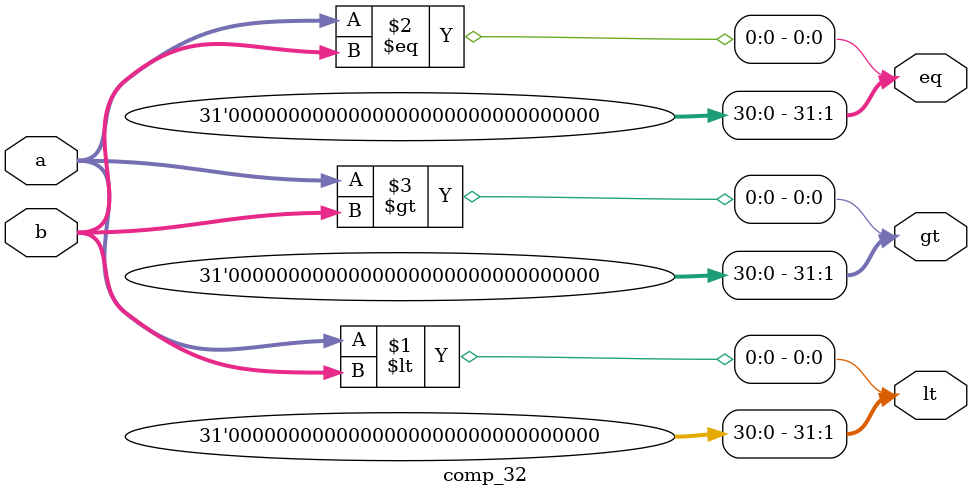
<source format=v>

module comp_32(lt, eq, gt, a, b);

parameter WIDTH = 32;

output [WIDTH-1:0] lt, eq, gt;
input [WIDTH-1:0] a, b;

assign lt = {{31'b0}, {a < b}};
assign eq = {{31'b0}, {a == b}};
assign gt = {{31'b0}, {a > b}};

endmodule

</source>
